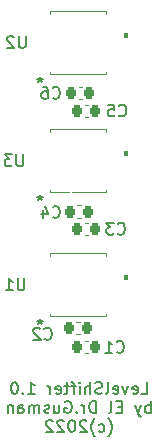
<source format=gbr>
%TF.GenerationSoftware,KiCad,Pcbnew,(6.0.1)*%
%TF.CreationDate,2022-07-20T18:19:18-07:00*%
%TF.ProjectId,LevelShifter,4c657665-6c53-4686-9966-7465722e6b69,rev?*%
%TF.SameCoordinates,Original*%
%TF.FileFunction,Legend,Bot*%
%TF.FilePolarity,Positive*%
%FSLAX46Y46*%
G04 Gerber Fmt 4.6, Leading zero omitted, Abs format (unit mm)*
G04 Created by KiCad (PCBNEW (6.0.1)) date 2022-07-20 18:19:18*
%MOMM*%
%LPD*%
G01*
G04 APERTURE LIST*
G04 Aperture macros list*
%AMRoundRect*
0 Rectangle with rounded corners*
0 $1 Rounding radius*
0 $2 $3 $4 $5 $6 $7 $8 $9 X,Y pos of 4 corners*
0 Add a 4 corners polygon primitive as box body*
4,1,4,$2,$3,$4,$5,$6,$7,$8,$9,$2,$3,0*
0 Add four circle primitives for the rounded corners*
1,1,$1+$1,$2,$3*
1,1,$1+$1,$4,$5*
1,1,$1+$1,$6,$7*
1,1,$1+$1,$8,$9*
0 Add four rect primitives between the rounded corners*
20,1,$1+$1,$2,$3,$4,$5,0*
20,1,$1+$1,$4,$5,$6,$7,0*
20,1,$1+$1,$6,$7,$8,$9,0*
20,1,$1+$1,$8,$9,$2,$3,0*%
G04 Aperture macros list end*
%ADD10C,0.150000*%
%ADD11C,0.120000*%
%ADD12C,0.100000*%
%ADD13R,1.700000X1.700000*%
%ADD14O,1.700000X1.700000*%
%ADD15RoundRect,0.225000X-0.225000X-0.250000X0.225000X-0.250000X0.225000X0.250000X-0.225000X0.250000X0*%
%ADD16R,1.404099X0.354800*%
%ADD17RoundRect,0.225000X0.225000X0.250000X-0.225000X0.250000X-0.225000X-0.250000X0.225000X-0.250000X0*%
%ADD18C,0.800000*%
G04 APERTURE END LIST*
D10*
X165233095Y-113242380D02*
X165709285Y-113242380D01*
X165709285Y-112242380D01*
X164518809Y-113194761D02*
X164614047Y-113242380D01*
X164804523Y-113242380D01*
X164899761Y-113194761D01*
X164947380Y-113099523D01*
X164947380Y-112718571D01*
X164899761Y-112623333D01*
X164804523Y-112575714D01*
X164614047Y-112575714D01*
X164518809Y-112623333D01*
X164471190Y-112718571D01*
X164471190Y-112813809D01*
X164947380Y-112909047D01*
X164137857Y-112575714D02*
X163899761Y-113242380D01*
X163661666Y-112575714D01*
X162899761Y-113194761D02*
X162995000Y-113242380D01*
X163185476Y-113242380D01*
X163280714Y-113194761D01*
X163328333Y-113099523D01*
X163328333Y-112718571D01*
X163280714Y-112623333D01*
X163185476Y-112575714D01*
X162995000Y-112575714D01*
X162899761Y-112623333D01*
X162852142Y-112718571D01*
X162852142Y-112813809D01*
X163328333Y-112909047D01*
X162280714Y-113242380D02*
X162375952Y-113194761D01*
X162423571Y-113099523D01*
X162423571Y-112242380D01*
X161947380Y-113194761D02*
X161804523Y-113242380D01*
X161566428Y-113242380D01*
X161471190Y-113194761D01*
X161423571Y-113147142D01*
X161375952Y-113051904D01*
X161375952Y-112956666D01*
X161423571Y-112861428D01*
X161471190Y-112813809D01*
X161566428Y-112766190D01*
X161756904Y-112718571D01*
X161852142Y-112670952D01*
X161899761Y-112623333D01*
X161947380Y-112528095D01*
X161947380Y-112432857D01*
X161899761Y-112337619D01*
X161852142Y-112290000D01*
X161756904Y-112242380D01*
X161518809Y-112242380D01*
X161375952Y-112290000D01*
X160947380Y-113242380D02*
X160947380Y-112242380D01*
X160518809Y-113242380D02*
X160518809Y-112718571D01*
X160566428Y-112623333D01*
X160661666Y-112575714D01*
X160804523Y-112575714D01*
X160899761Y-112623333D01*
X160947380Y-112670952D01*
X160042619Y-113242380D02*
X160042619Y-112575714D01*
X160042619Y-112242380D02*
X160090238Y-112290000D01*
X160042619Y-112337619D01*
X159995000Y-112290000D01*
X160042619Y-112242380D01*
X160042619Y-112337619D01*
X159709285Y-112575714D02*
X159328333Y-112575714D01*
X159566428Y-113242380D02*
X159566428Y-112385238D01*
X159518809Y-112290000D01*
X159423571Y-112242380D01*
X159328333Y-112242380D01*
X159137857Y-112575714D02*
X158756904Y-112575714D01*
X158995000Y-112242380D02*
X158995000Y-113099523D01*
X158947380Y-113194761D01*
X158852142Y-113242380D01*
X158756904Y-113242380D01*
X158042619Y-113194761D02*
X158137857Y-113242380D01*
X158328333Y-113242380D01*
X158423571Y-113194761D01*
X158471190Y-113099523D01*
X158471190Y-112718571D01*
X158423571Y-112623333D01*
X158328333Y-112575714D01*
X158137857Y-112575714D01*
X158042619Y-112623333D01*
X157995000Y-112718571D01*
X157995000Y-112813809D01*
X158471190Y-112909047D01*
X157566428Y-113242380D02*
X157566428Y-112575714D01*
X157566428Y-112766190D02*
X157518809Y-112670952D01*
X157471190Y-112623333D01*
X157375952Y-112575714D01*
X157280714Y-112575714D01*
X155661666Y-113242380D02*
X156233095Y-113242380D01*
X155947380Y-113242380D02*
X155947380Y-112242380D01*
X156042619Y-112385238D01*
X156137857Y-112480476D01*
X156233095Y-112528095D01*
X155233095Y-113147142D02*
X155185476Y-113194761D01*
X155233095Y-113242380D01*
X155280714Y-113194761D01*
X155233095Y-113147142D01*
X155233095Y-113242380D01*
X154566428Y-112242380D02*
X154471190Y-112242380D01*
X154375952Y-112290000D01*
X154328333Y-112337619D01*
X154280714Y-112432857D01*
X154233095Y-112623333D01*
X154233095Y-112861428D01*
X154280714Y-113051904D01*
X154328333Y-113147142D01*
X154375952Y-113194761D01*
X154471190Y-113242380D01*
X154566428Y-113242380D01*
X154661666Y-113194761D01*
X154709285Y-113147142D01*
X154756904Y-113051904D01*
X154804523Y-112861428D01*
X154804523Y-112623333D01*
X154756904Y-112432857D01*
X154709285Y-112337619D01*
X154661666Y-112290000D01*
X154566428Y-112242380D01*
X166042619Y-114852380D02*
X166042619Y-113852380D01*
X166042619Y-114233333D02*
X165947380Y-114185714D01*
X165756904Y-114185714D01*
X165661666Y-114233333D01*
X165614047Y-114280952D01*
X165566428Y-114376190D01*
X165566428Y-114661904D01*
X165614047Y-114757142D01*
X165661666Y-114804761D01*
X165756904Y-114852380D01*
X165947380Y-114852380D01*
X166042619Y-114804761D01*
X165233095Y-114185714D02*
X164995000Y-114852380D01*
X164756904Y-114185714D02*
X164995000Y-114852380D01*
X165090238Y-115090476D01*
X165137857Y-115138095D01*
X165233095Y-115185714D01*
X163614047Y-114328571D02*
X163280714Y-114328571D01*
X163137857Y-114852380D02*
X163614047Y-114852380D01*
X163614047Y-113852380D01*
X163137857Y-113852380D01*
X162566428Y-114852380D02*
X162661666Y-114804761D01*
X162709285Y-114709523D01*
X162709285Y-113852380D01*
X161423571Y-114852380D02*
X161423571Y-113852380D01*
X161185476Y-113852380D01*
X161042619Y-113900000D01*
X160947380Y-113995238D01*
X160899761Y-114090476D01*
X160852142Y-114280952D01*
X160852142Y-114423809D01*
X160899761Y-114614285D01*
X160947380Y-114709523D01*
X161042619Y-114804761D01*
X161185476Y-114852380D01*
X161423571Y-114852380D01*
X160423571Y-114852380D02*
X160423571Y-114185714D01*
X160423571Y-114376190D02*
X160375952Y-114280952D01*
X160328333Y-114233333D01*
X160233095Y-114185714D01*
X160137857Y-114185714D01*
X159804523Y-114757142D02*
X159756904Y-114804761D01*
X159804523Y-114852380D01*
X159852142Y-114804761D01*
X159804523Y-114757142D01*
X159804523Y-114852380D01*
X158804523Y-113900000D02*
X158899761Y-113852380D01*
X159042619Y-113852380D01*
X159185476Y-113900000D01*
X159280714Y-113995238D01*
X159328333Y-114090476D01*
X159375952Y-114280952D01*
X159375952Y-114423809D01*
X159328333Y-114614285D01*
X159280714Y-114709523D01*
X159185476Y-114804761D01*
X159042619Y-114852380D01*
X158947380Y-114852380D01*
X158804523Y-114804761D01*
X158756904Y-114757142D01*
X158756904Y-114423809D01*
X158947380Y-114423809D01*
X157899761Y-114185714D02*
X157899761Y-114852380D01*
X158328333Y-114185714D02*
X158328333Y-114709523D01*
X158280714Y-114804761D01*
X158185476Y-114852380D01*
X158042619Y-114852380D01*
X157947380Y-114804761D01*
X157899761Y-114757142D01*
X157471190Y-114804761D02*
X157375952Y-114852380D01*
X157185476Y-114852380D01*
X157090238Y-114804761D01*
X157042619Y-114709523D01*
X157042619Y-114661904D01*
X157090238Y-114566666D01*
X157185476Y-114519047D01*
X157328333Y-114519047D01*
X157423571Y-114471428D01*
X157471190Y-114376190D01*
X157471190Y-114328571D01*
X157423571Y-114233333D01*
X157328333Y-114185714D01*
X157185476Y-114185714D01*
X157090238Y-114233333D01*
X156614047Y-114852380D02*
X156614047Y-114185714D01*
X156614047Y-114280952D02*
X156566428Y-114233333D01*
X156471190Y-114185714D01*
X156328333Y-114185714D01*
X156233095Y-114233333D01*
X156185476Y-114328571D01*
X156185476Y-114852380D01*
X156185476Y-114328571D02*
X156137857Y-114233333D01*
X156042619Y-114185714D01*
X155899761Y-114185714D01*
X155804523Y-114233333D01*
X155756904Y-114328571D01*
X155756904Y-114852380D01*
X154852142Y-114852380D02*
X154852142Y-114328571D01*
X154899761Y-114233333D01*
X154995000Y-114185714D01*
X155185476Y-114185714D01*
X155280714Y-114233333D01*
X154852142Y-114804761D02*
X154947380Y-114852380D01*
X155185476Y-114852380D01*
X155280714Y-114804761D01*
X155328333Y-114709523D01*
X155328333Y-114614285D01*
X155280714Y-114519047D01*
X155185476Y-114471428D01*
X154947380Y-114471428D01*
X154852142Y-114423809D01*
X154375952Y-114185714D02*
X154375952Y-114852380D01*
X154375952Y-114280952D02*
X154328333Y-114233333D01*
X154233095Y-114185714D01*
X154090238Y-114185714D01*
X153995000Y-114233333D01*
X153947380Y-114328571D01*
X153947380Y-114852380D01*
X162471190Y-116843333D02*
X162518809Y-116795714D01*
X162614047Y-116652857D01*
X162661666Y-116557619D01*
X162709285Y-116414761D01*
X162756904Y-116176666D01*
X162756904Y-115986190D01*
X162709285Y-115748095D01*
X162661666Y-115605238D01*
X162614047Y-115510000D01*
X162518809Y-115367142D01*
X162471190Y-115319523D01*
X161661666Y-116414761D02*
X161756904Y-116462380D01*
X161947380Y-116462380D01*
X162042619Y-116414761D01*
X162090238Y-116367142D01*
X162137857Y-116271904D01*
X162137857Y-115986190D01*
X162090238Y-115890952D01*
X162042619Y-115843333D01*
X161947380Y-115795714D01*
X161756904Y-115795714D01*
X161661666Y-115843333D01*
X161328333Y-116843333D02*
X161280714Y-116795714D01*
X161185476Y-116652857D01*
X161137857Y-116557619D01*
X161090238Y-116414761D01*
X161042619Y-116176666D01*
X161042619Y-115986190D01*
X161090238Y-115748095D01*
X161137857Y-115605238D01*
X161185476Y-115510000D01*
X161280714Y-115367142D01*
X161328333Y-115319523D01*
X160614047Y-115557619D02*
X160566428Y-115510000D01*
X160471190Y-115462380D01*
X160233095Y-115462380D01*
X160137857Y-115510000D01*
X160090238Y-115557619D01*
X160042619Y-115652857D01*
X160042619Y-115748095D01*
X160090238Y-115890952D01*
X160661666Y-116462380D01*
X160042619Y-116462380D01*
X159423571Y-115462380D02*
X159328333Y-115462380D01*
X159233095Y-115510000D01*
X159185476Y-115557619D01*
X159137857Y-115652857D01*
X159090238Y-115843333D01*
X159090238Y-116081428D01*
X159137857Y-116271904D01*
X159185476Y-116367142D01*
X159233095Y-116414761D01*
X159328333Y-116462380D01*
X159423571Y-116462380D01*
X159518809Y-116414761D01*
X159566428Y-116367142D01*
X159614047Y-116271904D01*
X159661666Y-116081428D01*
X159661666Y-115843333D01*
X159614047Y-115652857D01*
X159566428Y-115557619D01*
X159518809Y-115510000D01*
X159423571Y-115462380D01*
X158709285Y-115557619D02*
X158661666Y-115510000D01*
X158566428Y-115462380D01*
X158328333Y-115462380D01*
X158233095Y-115510000D01*
X158185476Y-115557619D01*
X158137857Y-115652857D01*
X158137857Y-115748095D01*
X158185476Y-115890952D01*
X158756904Y-116462380D01*
X158137857Y-116462380D01*
X157756904Y-115557619D02*
X157709285Y-115510000D01*
X157614047Y-115462380D01*
X157375952Y-115462380D01*
X157280714Y-115510000D01*
X157233095Y-115557619D01*
X157185476Y-115652857D01*
X157185476Y-115748095D01*
X157233095Y-115890952D01*
X157804523Y-116462380D01*
X157185476Y-116462380D01*
%TO.C,C6*%
X157761666Y-88157142D02*
X157809285Y-88204761D01*
X157952142Y-88252380D01*
X158047380Y-88252380D01*
X158190238Y-88204761D01*
X158285476Y-88109523D01*
X158333095Y-88014285D01*
X158380714Y-87823809D01*
X158380714Y-87680952D01*
X158333095Y-87490476D01*
X158285476Y-87395238D01*
X158190238Y-87300000D01*
X158047380Y-87252380D01*
X157952142Y-87252380D01*
X157809285Y-87300000D01*
X157761666Y-87347619D01*
X156904523Y-87252380D02*
X157095000Y-87252380D01*
X157190238Y-87300000D01*
X157237857Y-87347619D01*
X157333095Y-87490476D01*
X157380714Y-87680952D01*
X157380714Y-88061904D01*
X157333095Y-88157142D01*
X157285476Y-88204761D01*
X157190238Y-88252380D01*
X156999761Y-88252380D01*
X156904523Y-88204761D01*
X156856904Y-88157142D01*
X156809285Y-88061904D01*
X156809285Y-87823809D01*
X156856904Y-87728571D01*
X156904523Y-87680952D01*
X156999761Y-87633333D01*
X157190238Y-87633333D01*
X157285476Y-87680952D01*
X157333095Y-87728571D01*
X157380714Y-87823809D01*
%TO.C,U2*%
X155456904Y-82952380D02*
X155456904Y-83761904D01*
X155409285Y-83857142D01*
X155361666Y-83904761D01*
X155266428Y-83952380D01*
X155075952Y-83952380D01*
X154980714Y-83904761D01*
X154933095Y-83857142D01*
X154885476Y-83761904D01*
X154885476Y-82952380D01*
X154456904Y-83047619D02*
X154409285Y-83000000D01*
X154314047Y-82952380D01*
X154075952Y-82952380D01*
X153980714Y-83000000D01*
X153933095Y-83047619D01*
X153885476Y-83142857D01*
X153885476Y-83238095D01*
X153933095Y-83380952D01*
X154504523Y-83952380D01*
X153885476Y-83952380D01*
X156691050Y-86400138D02*
X156691050Y-86638234D01*
X156929145Y-86542996D02*
X156691050Y-86638234D01*
X156452954Y-86542996D01*
X156833907Y-86828710D02*
X156691050Y-86638234D01*
X156548192Y-86828710D01*
X156691050Y-86400138D02*
X156691050Y-86638234D01*
X156929145Y-86542996D02*
X156691050Y-86638234D01*
X156452954Y-86542996D01*
X156833907Y-86828710D02*
X156691050Y-86638234D01*
X156548192Y-86828710D01*
%TO.C,C2*%
X157061666Y-108557142D02*
X157109285Y-108604761D01*
X157252142Y-108652380D01*
X157347380Y-108652380D01*
X157490238Y-108604761D01*
X157585476Y-108509523D01*
X157633095Y-108414285D01*
X157680714Y-108223809D01*
X157680714Y-108080952D01*
X157633095Y-107890476D01*
X157585476Y-107795238D01*
X157490238Y-107700000D01*
X157347380Y-107652380D01*
X157252142Y-107652380D01*
X157109285Y-107700000D01*
X157061666Y-107747619D01*
X156680714Y-107747619D02*
X156633095Y-107700000D01*
X156537857Y-107652380D01*
X156299761Y-107652380D01*
X156204523Y-107700000D01*
X156156904Y-107747619D01*
X156109285Y-107842857D01*
X156109285Y-107938095D01*
X156156904Y-108080952D01*
X156728333Y-108652380D01*
X156109285Y-108652380D01*
%TO.C,C4*%
X157761666Y-98257142D02*
X157809285Y-98304761D01*
X157952142Y-98352380D01*
X158047380Y-98352380D01*
X158190238Y-98304761D01*
X158285476Y-98209523D01*
X158333095Y-98114285D01*
X158380714Y-97923809D01*
X158380714Y-97780952D01*
X158333095Y-97590476D01*
X158285476Y-97495238D01*
X158190238Y-97400000D01*
X158047380Y-97352380D01*
X157952142Y-97352380D01*
X157809285Y-97400000D01*
X157761666Y-97447619D01*
X156904523Y-97685714D02*
X156904523Y-98352380D01*
X157142619Y-97304761D02*
X157380714Y-98019047D01*
X156761666Y-98019047D01*
%TO.C,U1*%
X155356904Y-103452380D02*
X155356904Y-104261904D01*
X155309285Y-104357142D01*
X155261666Y-104404761D01*
X155166428Y-104452380D01*
X154975952Y-104452380D01*
X154880714Y-104404761D01*
X154833095Y-104357142D01*
X154785476Y-104261904D01*
X154785476Y-103452380D01*
X153785476Y-104452380D02*
X154356904Y-104452380D01*
X154071190Y-104452380D02*
X154071190Y-103452380D01*
X154166428Y-103595238D01*
X154261666Y-103690476D01*
X154356904Y-103738095D01*
X156691050Y-106900138D02*
X156691050Y-107138234D01*
X156929145Y-107042996D02*
X156691050Y-107138234D01*
X156452954Y-107042996D01*
X156833907Y-107328710D02*
X156691050Y-107138234D01*
X156548192Y-107328710D01*
X156691050Y-106900138D02*
X156691050Y-107138234D01*
X156929145Y-107042996D02*
X156691050Y-107138234D01*
X156452954Y-107042996D01*
X156833907Y-107328710D02*
X156691050Y-107138234D01*
X156548192Y-107328710D01*
%TO.C,C5*%
X163361666Y-89657142D02*
X163409285Y-89704761D01*
X163552142Y-89752380D01*
X163647380Y-89752380D01*
X163790238Y-89704761D01*
X163885476Y-89609523D01*
X163933095Y-89514285D01*
X163980714Y-89323809D01*
X163980714Y-89180952D01*
X163933095Y-88990476D01*
X163885476Y-88895238D01*
X163790238Y-88800000D01*
X163647380Y-88752380D01*
X163552142Y-88752380D01*
X163409285Y-88800000D01*
X163361666Y-88847619D01*
X162456904Y-88752380D02*
X162933095Y-88752380D01*
X162980714Y-89228571D01*
X162933095Y-89180952D01*
X162837857Y-89133333D01*
X162599761Y-89133333D01*
X162504523Y-89180952D01*
X162456904Y-89228571D01*
X162409285Y-89323809D01*
X162409285Y-89561904D01*
X162456904Y-89657142D01*
X162504523Y-89704761D01*
X162599761Y-89752380D01*
X162837857Y-89752380D01*
X162933095Y-89704761D01*
X162980714Y-89657142D01*
%TO.C,C3*%
X163261666Y-99657142D02*
X163309285Y-99704761D01*
X163452142Y-99752380D01*
X163547380Y-99752380D01*
X163690238Y-99704761D01*
X163785476Y-99609523D01*
X163833095Y-99514285D01*
X163880714Y-99323809D01*
X163880714Y-99180952D01*
X163833095Y-98990476D01*
X163785476Y-98895238D01*
X163690238Y-98800000D01*
X163547380Y-98752380D01*
X163452142Y-98752380D01*
X163309285Y-98800000D01*
X163261666Y-98847619D01*
X162928333Y-98752380D02*
X162309285Y-98752380D01*
X162642619Y-99133333D01*
X162499761Y-99133333D01*
X162404523Y-99180952D01*
X162356904Y-99228571D01*
X162309285Y-99323809D01*
X162309285Y-99561904D01*
X162356904Y-99657142D01*
X162404523Y-99704761D01*
X162499761Y-99752380D01*
X162785476Y-99752380D01*
X162880714Y-99704761D01*
X162928333Y-99657142D01*
%TO.C,C1*%
X163161666Y-109657142D02*
X163209285Y-109704761D01*
X163352142Y-109752380D01*
X163447380Y-109752380D01*
X163590238Y-109704761D01*
X163685476Y-109609523D01*
X163733095Y-109514285D01*
X163780714Y-109323809D01*
X163780714Y-109180952D01*
X163733095Y-108990476D01*
X163685476Y-108895238D01*
X163590238Y-108800000D01*
X163447380Y-108752380D01*
X163352142Y-108752380D01*
X163209285Y-108800000D01*
X163161666Y-108847619D01*
X162209285Y-109752380D02*
X162780714Y-109752380D01*
X162495000Y-109752380D02*
X162495000Y-108752380D01*
X162590238Y-108895238D01*
X162685476Y-108990476D01*
X162780714Y-109038095D01*
%TO.C,U3*%
X155256904Y-92952380D02*
X155256904Y-93761904D01*
X155209285Y-93857142D01*
X155161666Y-93904761D01*
X155066428Y-93952380D01*
X154875952Y-93952380D01*
X154780714Y-93904761D01*
X154733095Y-93857142D01*
X154685476Y-93761904D01*
X154685476Y-92952380D01*
X154304523Y-92952380D02*
X153685476Y-92952380D01*
X154018809Y-93333333D01*
X153875952Y-93333333D01*
X153780714Y-93380952D01*
X153733095Y-93428571D01*
X153685476Y-93523809D01*
X153685476Y-93761904D01*
X153733095Y-93857142D01*
X153780714Y-93904761D01*
X153875952Y-93952380D01*
X154161666Y-93952380D01*
X154256904Y-93904761D01*
X154304523Y-93857142D01*
X156691050Y-96400138D02*
X156691050Y-96638234D01*
X156929145Y-96542996D02*
X156691050Y-96638234D01*
X156452954Y-96542996D01*
X156833907Y-96828710D02*
X156691050Y-96638234D01*
X156548192Y-96828710D01*
X156691050Y-96400138D02*
X156691050Y-96638234D01*
X156929145Y-96542996D02*
X156691050Y-96638234D01*
X156452954Y-96542996D01*
X156833907Y-96828710D02*
X156691050Y-96638234D01*
X156548192Y-96828710D01*
D11*
%TO.C,C6*%
X159954420Y-87290000D02*
X160235580Y-87290000D01*
X159954420Y-88310000D02*
X160235580Y-88310000D01*
%TO.C,U2*%
X157520100Y-81039902D02*
X157520100Y-80820300D01*
X162269900Y-86179700D02*
X157520100Y-86179700D01*
X157520100Y-80820300D02*
X162269900Y-80820300D01*
X162269900Y-80820300D02*
X162269900Y-81039902D01*
X162269900Y-85960098D02*
X162269900Y-86179700D01*
X157520100Y-86179700D02*
X157520100Y-85960098D01*
D12*
X164054999Y-83040514D02*
X164054999Y-82659514D01*
X164054999Y-82659514D02*
X163800999Y-82659514D01*
X163800999Y-82659514D02*
X163800999Y-83040514D01*
X163800999Y-83040514D02*
X164054999Y-83040514D01*
G36*
X164054999Y-83040514D02*
G01*
X163800999Y-83040514D01*
X163800999Y-82659514D01*
X164054999Y-82659514D01*
X164054999Y-83040514D01*
G37*
X164054999Y-83040514D02*
X163800999Y-83040514D01*
X163800999Y-82659514D01*
X164054999Y-82659514D01*
X164054999Y-83040514D01*
D11*
%TO.C,C2*%
X159754420Y-108210000D02*
X160035580Y-108210000D01*
X159754420Y-107190000D02*
X160035580Y-107190000D01*
%TO.C,C4*%
X159854420Y-98310000D02*
X160135580Y-98310000D01*
X159854420Y-97290000D02*
X160135580Y-97290000D01*
%TO.C,U1*%
X162269900Y-101320300D02*
X162269900Y-101539902D01*
X157520100Y-106679700D02*
X157520100Y-106460098D01*
X162269900Y-106679700D02*
X157520100Y-106679700D01*
X157520100Y-101320300D02*
X162269900Y-101320300D01*
X162269900Y-106460098D02*
X162269900Y-106679700D01*
X157520100Y-101539902D02*
X157520100Y-101320300D01*
D12*
X164054999Y-103540514D02*
X164054999Y-103159514D01*
X164054999Y-103159514D02*
X163800999Y-103159514D01*
X163800999Y-103159514D02*
X163800999Y-103540514D01*
X163800999Y-103540514D02*
X164054999Y-103540514D01*
G36*
X164054999Y-103540514D02*
G01*
X163800999Y-103540514D01*
X163800999Y-103159514D01*
X164054999Y-103159514D01*
X164054999Y-103540514D01*
G37*
X164054999Y-103540514D02*
X163800999Y-103540514D01*
X163800999Y-103159514D01*
X164054999Y-103159514D01*
X164054999Y-103540514D01*
D11*
%TO.C,C5*%
X160735580Y-88790000D02*
X160454420Y-88790000D01*
X160735580Y-89810000D02*
X160454420Y-89810000D01*
%TO.C,C3*%
X160735580Y-99810000D02*
X160454420Y-99810000D01*
X160735580Y-98790000D02*
X160454420Y-98790000D01*
%TO.C,C1*%
X160735580Y-108790000D02*
X160454420Y-108790000D01*
X160735580Y-109810000D02*
X160454420Y-109810000D01*
%TO.C,U3*%
X157520100Y-90820300D02*
X162269900Y-90820300D01*
X157520100Y-91039902D02*
X157520100Y-90820300D01*
X162269900Y-90820300D02*
X162269900Y-91039902D01*
X162269900Y-95960098D02*
X162269900Y-96179700D01*
X157520100Y-96179700D02*
X157520100Y-95960098D01*
X162269900Y-96179700D02*
X157520100Y-96179700D01*
D12*
X164054999Y-93040514D02*
X164054999Y-92659514D01*
X164054999Y-92659514D02*
X163800999Y-92659514D01*
X163800999Y-92659514D02*
X163800999Y-93040514D01*
X163800999Y-93040514D02*
X164054999Y-93040514D01*
G36*
X164054999Y-93040514D02*
G01*
X163800999Y-93040514D01*
X163800999Y-92659514D01*
X164054999Y-92659514D01*
X164054999Y-93040514D01*
G37*
X164054999Y-93040514D02*
X163800999Y-93040514D01*
X163800999Y-92659514D01*
X164054999Y-92659514D01*
X164054999Y-93040514D01*
%TD*%
%LPC*%
D13*
%TO.C,J1*%
X149895000Y-80000000D03*
D14*
X147355000Y-80000000D03*
X149895000Y-82540000D03*
X147355000Y-82540000D03*
X149895000Y-85080000D03*
X147355000Y-85080000D03*
X149895000Y-87620000D03*
X147355000Y-87620000D03*
X149895000Y-90160000D03*
X147355000Y-90160000D03*
X149895000Y-92700000D03*
X147355000Y-92700000D03*
X149895000Y-95240000D03*
X147355000Y-95240000D03*
X149895000Y-97780000D03*
X147355000Y-97780000D03*
X149895000Y-100320000D03*
X147355000Y-100320000D03*
X149895000Y-102860000D03*
X147355000Y-102860000D03*
X149895000Y-105400000D03*
X147355000Y-105400000D03*
X149895000Y-107940000D03*
X147355000Y-107940000D03*
X149895000Y-110480000D03*
X147355000Y-110480000D03*
X149895000Y-113020000D03*
X147355000Y-113020000D03*
X149895000Y-115560000D03*
X147355000Y-115560000D03*
%TD*%
D13*
%TO.C,J2*%
X169995000Y-80000000D03*
D14*
X172535000Y-80000000D03*
X169995000Y-82540000D03*
X172535000Y-82540000D03*
X169995000Y-85080000D03*
X172535000Y-85080000D03*
X169995000Y-87620000D03*
X172535000Y-87620000D03*
X169995000Y-90160000D03*
X172535000Y-90160000D03*
X169995000Y-92700000D03*
X172535000Y-92700000D03*
X169995000Y-95240000D03*
X172535000Y-95240000D03*
X169995000Y-97780000D03*
X172535000Y-97780000D03*
X169995000Y-100320000D03*
X172535000Y-100320000D03*
X169995000Y-102860000D03*
X172535000Y-102860000D03*
X169995000Y-105400000D03*
X172535000Y-105400000D03*
X169995000Y-107940000D03*
X172535000Y-107940000D03*
X169995000Y-110480000D03*
X172535000Y-110480000D03*
X169995000Y-113020000D03*
X172535000Y-113020000D03*
X169995000Y-115560000D03*
X172535000Y-115560000D03*
%TD*%
D15*
%TO.C,C6*%
X159320000Y-87800000D03*
X160870000Y-87800000D03*
%TD*%
D16*
%TO.C,U2*%
X156945052Y-85449958D03*
X156945052Y-84799972D03*
X156945052Y-84149986D03*
X156945052Y-83500000D03*
X156945052Y-82850014D03*
X156945052Y-82200028D03*
X156945052Y-81550042D03*
X162844948Y-81550042D03*
X162844948Y-82200028D03*
X162844948Y-82850014D03*
X162844948Y-83500000D03*
X162844948Y-84149986D03*
X162844948Y-84799972D03*
X162844948Y-85449958D03*
%TD*%
D15*
%TO.C,C2*%
X159120000Y-107700000D03*
X160670000Y-107700000D03*
%TD*%
%TO.C,C4*%
X159220000Y-97800000D03*
X160770000Y-97800000D03*
%TD*%
D16*
%TO.C,U1*%
X156945052Y-105949958D03*
X156945052Y-105299972D03*
X156945052Y-104649986D03*
X156945052Y-104000000D03*
X156945052Y-103350014D03*
X156945052Y-102700028D03*
X156945052Y-102050042D03*
X162844948Y-102050042D03*
X162844948Y-102700028D03*
X162844948Y-103350014D03*
X162844948Y-104000000D03*
X162844948Y-104649986D03*
X162844948Y-105299972D03*
X162844948Y-105949958D03*
%TD*%
D17*
%TO.C,C5*%
X161370000Y-89300000D03*
X159820000Y-89300000D03*
%TD*%
%TO.C,C3*%
X161370000Y-99300000D03*
X159820000Y-99300000D03*
%TD*%
%TO.C,C1*%
X161370000Y-109300000D03*
X159820000Y-109300000D03*
%TD*%
D16*
%TO.C,U3*%
X156945052Y-95449958D03*
X156945052Y-94799972D03*
X156945052Y-94149986D03*
X156945052Y-93500000D03*
X156945052Y-92850014D03*
X156945052Y-92200028D03*
X156945052Y-91550042D03*
X162844948Y-91550042D03*
X162844948Y-92200028D03*
X162844948Y-92850014D03*
X162844948Y-93500000D03*
X162844948Y-94149986D03*
X162844948Y-94799972D03*
X162844948Y-95449958D03*
%TD*%
D18*
X159295000Y-96600000D03*
X159295000Y-86700000D03*
X158095000Y-108800000D03*
X162844948Y-107149948D03*
X158495000Y-106000000D03*
X160595000Y-85400000D03*
X160595000Y-95300000D03*
X160595000Y-106000000D03*
X158495000Y-85400000D03*
X158495000Y-95400000D03*
M02*

</source>
